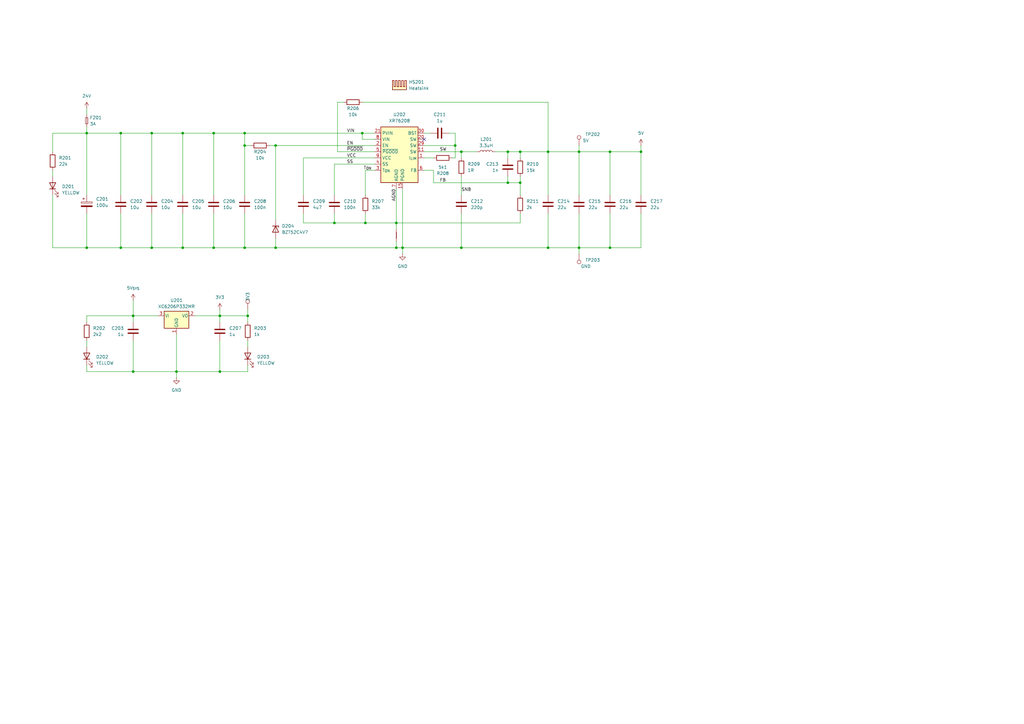
<source format=kicad_sch>
(kicad_sch (version 20250114) (generator "eeschema") (generator_version "9.0")
  (paper "A3")
  (title_block (title "EWS - Power, CANbus and USB HAT for 3D Printers") (date "2025-12-04") (rev "${PROJEKT_REV}") (company "Eduard Iten") (comment 1 "CC BY-NC-SA 4.0"))
  (lib_symbols
    (symbol "Connector:TestPoint" (pin_numbers (hide yes)) (pin_names (offset 0.762) (hide yes))
      (property "Reference" "TP" (at 0 6.858 0))
      (property "Value" "TestPoint" (at 0 5.08 0))
      (symbol "TestPoint_0_1"
        (circle (center 0 3.302) (radius 0.762))
      )
      (symbol "TestPoint_1_1"
        (pin passive line (at 0 0 90) (length 2.54) (name "1") (number "1"))
      )
    )
    (symbol "Device:C" (pin_numbers (hide yes)) (pin_names (offset 0.254))
      (property "Reference" "C" (at 0.635 2.54 0))
      (property "Value" "C" (at 0.635 -2.54 0))
      (symbol "C_0_1"
        (polyline (pts (xy -2.032 0.762) (xy 2.032 0.762)) (stroke (width 0.508)))
        (polyline (pts (xy -2.032 -0.762) (xy 2.032 -0.762)) (stroke (width 0.508)))
      )
      (symbol "C_1_1"
        (pin passive line (at 0 3.81 270) (length 2.794) (name "~") (number "1"))
        (pin passive line (at 0 -3.81 90) (length 2.794) (name "~") (number "2"))
      )
    )
    (symbol "Device:C_Polarized" (pin_numbers (hide yes)) (pin_names (offset 0.254))
      (property "Reference" "C" (at 0.635 2.54 0))
      (property "Value" "C_Polarized" (at 0.635 -2.54 0))
      (symbol "C_Polarized_0_1"
        (rectangle (start -2.286 0.508) (end 2.286 1.016))
        (polyline (pts (xy -1.778 2.286) (xy -0.762 2.286)))
        (polyline (pts (xy -1.27 2.794) (xy -1.27 1.778)))
        (rectangle (start 2.286 -0.508) (end -2.286 -1.016) (fill (type outline)))
      )
      (symbol "C_Polarized_1_1"
        (pin passive line (at 0 3.81 270) (length 2.794) (name "~") (number "1"))
        (pin passive line (at 0 -3.81 90) (length 2.794) (name "~") (number "2"))
      )
    )
    (symbol "Device:D_Zener" (pin_numbers (hide yes)) (pin_names (offset 1.016) (hide yes))
      (property "Reference" "D" (at 0 2.54 0))
      (property "Value" "D_Zener" (at 0 -2.54 0))
      (symbol "D_Zener_0_1"
        (polyline (pts (xy -1.27 -1.27) (xy -1.27 1.27) (xy -0.762 1.27)) (stroke (width 0.254)))
        (polyline (pts (xy 1.27 0) (xy -1.27 0)))
        (polyline (pts (xy 1.27 -1.27) (xy 1.27 1.27) (xy -1.27 0) (xy 1.27 -1.27)) (stroke (width 0.254)))
      )
      (symbol "D_Zener_1_1"
        (pin passive line (at -3.81 0 0) (length 2.54) (name "K") (number "1"))
        (pin passive line (at 3.81 0 180) (length 2.54) (name "A") (number "2"))
      )
    )
    (symbol "Device:Fuse_Small" (pin_numbers (hide yes)) (pin_names (offset 0.254) (hide yes))
      (property "Reference" "F" (at 0 -1.524 0))
      (property "Value" "Fuse_Small" (at 0 1.524 0))
      (symbol "Fuse_Small_0_1"
        (rectangle (start -1.27 0.508) (end 1.27 -0.508))
        (polyline (pts (xy -1.27 0) (xy 1.27 0)))
      )
      (symbol "Fuse_Small_1_1"
        (pin passive line (at -2.54 0 0) (length 1.27) (name "~") (number "1"))
        (pin passive line (at 2.54 0 180) (length 1.27) (name "~") (number "2"))
      )
    )
    (symbol "Device:L" (pin_numbers (hide yes)) (pin_names (offset 1.016) (hide yes))
      (property "Reference" "L" (at -1.27 0 90))
      (property "Value" "L" (at 1.905 0 90))
      (symbol "L_0_1"
        (arc (start 0 2.54) (mid 0.6323 1.905) (end 0 1.27))
        (arc (start 0 1.27) (mid 0.6323 0.635) (end 0 0))
        (arc (start 0 0) (mid 0.6323 -0.635) (end 0 -1.27))
        (arc (start 0 -1.27) (mid 0.6323 -1.905) (end 0 -2.54))
      )
      (symbol "L_1_1"
        (pin passive line (at 0 3.81 270) (length 1.27) (name "1") (number "1"))
        (pin passive line (at 0 -3.81 90) (length 1.27) (name "2") (number "2"))
      )
    )
    (symbol "Device:LED" (pin_numbers (hide yes)) (pin_names (offset 1.016) (hide yes))
      (property "Reference" "D" (at 0 2.54 0))
      (property "Value" "LED" (at 0 -2.54 0))
      (symbol "LED_0_1"
        (polyline (pts (xy -3.048 -0.762) (xy -4.572 -2.286) (xy -3.81 -2.286) (xy -4.572 -2.286) (xy -4.572 -1.524)))
        (polyline (pts (xy -1.778 -0.762) (xy -3.302 -2.286) (xy -2.54 -2.286) (xy -3.302 -2.286) (xy -3.302 -1.524)))
        (polyline (pts (xy -1.27 0) (xy 1.27 0)))
        (polyline (pts (xy -1.27 -1.27) (xy -1.27 1.27)) (stroke (width 0.254)))
        (polyline (pts (xy 1.27 -1.27) (xy 1.27 1.27) (xy -1.27 0) (xy 1.27 -1.27)) (stroke (width 0.254)))
      )
      (symbol "LED_1_1"
        (pin passive line (at -3.81 0 0) (length 2.54) (name "K") (number "1"))
        (pin passive line (at 3.81 0 180) (length 2.54) (name "A") (number "2"))
      )
    )
    (symbol "Device:NetTie_2" (pin_numbers (hide yes)) (pin_names (offset 0) (hide yes)) (in_bom no)
      (property "Reference" "NT" (at 0 1.27 0))
      (property "Value" "NetTie_2" (at 0 -1.27 0))
      (symbol "NetTie_2_0_1"
        (polyline (pts (xy -1.27 0) (xy 1.27 0)) (stroke (width 0.254)))
      )
      (symbol "NetTie_2_1_1"
        (pin passive line (at -2.54 0 0) (length 2.54) (name "1") (number "1"))
        (pin passive line (at 2.54 0 180) (length 2.54) (name "2") (number "2"))
      )
    )
    (symbol "Device:R" (pin_numbers (hide yes)) (pin_names (offset 0))
      (property "Reference" "R" (at 2.032 0 90))
      (property "Value" "R" (at 0 0 90))
      (symbol "R_0_1"
        (rectangle (start -1.016 -2.54) (end 1.016 2.54) (stroke (width 0.254)))
      )
      (symbol "R_1_1"
        (pin passive line (at 0 3.81 270) (length 1.27) (name "~") (number "1"))
        (pin passive line (at 0 -3.81 90) (length 1.27) (name "~") (number "2"))
      )
    )
    (symbol "Mechanical:Heatsink" (pin_names (offset 1.016))
      (property "Reference" "HS" (at 0 5.08 0))
      (property "Value" "Heatsink" (at 0 -1.27 0))
      (symbol "Heatsink_0_1"
        (polyline (pts (xy -0.3302 1.27) (xy -0.9652 1.27) (xy -0.9652 3.81) (xy -1.6002 3.81) (xy -1.6002 1.27) (xy -2.2352 1.27) (xy -2.2352 3.81) (xy -2.8702 3.81) (xy -2.8702 0) (xy -0.9652 0)) (stroke (width 0.254)) (fill (type background)))
        (polyline (pts (xy -0.3302 1.27) (xy -0.3302 3.81) (xy 0.3048 3.81) (xy 0.3048 1.27) (xy 0.9398 1.27) (xy 0.9398 3.81) (xy 1.5748 3.81) (xy 1.5748 1.27) (xy 2.2098 1.27) (xy 2.2098 3.81) (xy 2.8448 3.81) (xy 2.8448 0) (xy -0.9652 0)) (stroke (width 0.254)) (fill (type background)))
      )
    )
    (symbol "NamedTestPoint_1" (pin_numbers (hide yes)) (pin_names (offset 0.762) (hide yes))
      (property "Value" "${SHORT_NET_NAME(1)}" (at 0 6.35 0))
      (symbol "NamedTestPoint_1_0_1"
        (circle (center 0 3.302) (radius 0.762))
      )
      (symbol "NamedTestPoint_1_1_1"
        (pin passive line (at 0 0 90) (length 2.54) (name "1") (number "1"))
      )
    )
    (symbol "Regulator_Linear:XC6206PxxxMR" (pin_names (offset 0.254))
      (property "Reference" "U" (at -3.81 3.175 0))
      (property "Value" "XC6206PxxxMR" (at 0 3.175 0))
      (symbol "XC6206PxxxMR_0_1"
        (rectangle (start -5.08 1.905) (end 5.08 -5.08) (stroke (width 0.254)) (fill (type background)))
      )
      (symbol "XC6206PxxxMR_1_1"
        (pin power_in line (at -7.62 0 0) (length 2.54) (name "VI") (number "3"))
        (pin power_in line (at 0 -7.62 90) (length 2.54) (name "GND") (number "1"))
        (pin power_out line (at 7.62 0 180) (length 2.54) (name "VO") (number "2"))
      )
    )
    (symbol "power:+24V" (power) (pin_numbers (hide yes)) (pin_names (offset 0) (hide yes))
      (property "Value" "+24V" (at 0 3.556 0))
      (symbol "+24V_0_1"
        (polyline (pts (xy -0.762 1.27) (xy 0 2.54)))
        (polyline (pts (xy 0 2.54) (xy 0.762 1.27)))
        (polyline (pts (xy 0 0) (xy 0 2.54)))
      )
      (symbol "+24V_1_1"
        (pin power_in line (at 0 0 90) (length 0) (name "~") (number "1"))
      )
    )
    (symbol "power:+3.3V" (power) (pin_numbers (hide yes)) (pin_names (offset 0) (hide yes))
      (property "Value" "+3.3V" (at 0 3.556 0))
      (symbol "+3.3V_0_1"
        (polyline (pts (xy -0.762 1.27) (xy 0 2.54)))
        (polyline (pts (xy 0 2.54) (xy 0.762 1.27)))
        (polyline (pts (xy 0 0) (xy 0 2.54)))
      )
      (symbol "+3.3V_1_1"
        (pin power_in line (at 0 0 90) (length 0) (name "~") (number "1"))
      )
    )
    (symbol "power:+5V" (power) (pin_numbers (hide yes)) (pin_names (offset 0) (hide yes))
      (property "Value" "+5V" (at 0 3.556 0))
      (symbol "+5V_0_1"
        (polyline (pts (xy -0.762 1.27) (xy 0 2.54)))
        (polyline (pts (xy 0 2.54) (xy 0.762 1.27)))
        (polyline (pts (xy 0 0) (xy 0 2.54)))
      )
      (symbol "+5V_1_1"
        (pin power_in line (at 0 0 90) (length 0) (name "~") (number "1"))
      )
    )
    (symbol "power:GND" (power) (pin_numbers (hide yes)) (pin_names (offset 0) (hide yes))
      (property "Value" "GND" (at 0 -3.81 0))
      (symbol "GND_0_1"
        (polyline (pts (xy 0 0) (xy 0 -1.27) (xy 1.27 -1.27) (xy 0 -2.54) (xy -1.27 -1.27) (xy 0 -1.27)))
      )
      (symbol "GND_1_1"
        (pin power_in line (at 0 0 270) (length 0) (name "~") (number "1"))
      )
    )
    (symbol "project:XR76208"
      (property "Reference" "U" (at 0 15.24 0))
      (property "Value" "XR76208" (at 0 12.7 0))
      (symbol "XR76208_1_1"
        (rectangle (start -7.62 11.43) (end 7.62 -11.43) (stroke (width 0.254)) (fill (type background)))
        (pin power_in line (at -10.16 8.89 0) (length 2.54) (name "PVIN") (number "21"))
        (pin passive line (at -10.16 8.89 0) (length 2.54) (hide yes) (name "PVIN") (number "22"))
        (pin passive line (at -10.16 8.89 0) (length 2.54) (hide yes) (name "PVIN") (number "23"))
        (pin passive line (at -10.16 8.89 0) (length 2.54) (hide yes) (name "PVIN") (number "24"))
        (pin passive line (at -10.16 8.89 0) (length 2.54) (hide yes) (name "PVIN") (number "25"))
        (pin passive line (at -10.16 8.89 0) (length 2.54) (hide yes) (name "PVIN") (number "26"))
        (pin passive line (at -10.16 8.89 0) (length 2.54) (hide yes) (name "PVIN") (number "27"))
        (pin passive line (at -10.16 8.89 0) (length 2.54) (hide yes) (name "PVIN") (number "28"))
        (pin power_in line (at -10.16 6.35 0) (length 2.54) (name "VIN") (number "8"))
        (pin passive line (at -10.16 3.81 0) (length 2.54) (name "EN") (number "2"))
        (pin passive line (at -10.16 1.27 0) (length 2.54) (name "~{PGOOD}") (number "5"))
        (pin passive line (at -10.16 -1.27 0) (length 2.54) (name "VCC") (number "9"))
        (pin passive line (at -10.16 -3.81 0) (length 2.54) (name "SS") (number "4"))
        (pin passive line (at -10.16 -6.35 0) (length 2.54) (name "T_{ON}") (number "3"))
        (pin passive line (at -1.27 -13.97 90) (length 2.54) (hide yes) (name "AGND") (number "10"))
        (pin passive line (at -1.27 -13.97 90) (length 2.54) (name "AGND") (number "7"))
        (pin passive line (at 1.27 -13.97 90) (length 2.54) (name "PGND") (number "15"))
        (pin passive line (at 1.27 -13.97 90) (length 2.54) (hide yes) (name "PGND") (number "16"))
        (pin passive line (at 1.27 -13.97 90) (length 2.54) (hide yes) (name "PGND") (number "17"))
        (pin passive line (at 1.27 -13.97 90) (length 2.54) (hide yes) (name "PGND") (number "18"))
        (pin passive line (at 1.27 -13.97 90) (length 2.54) (hide yes) (name "PGND") (number "19"))
        (pin passive line (at 10.16 8.89 180) (length 2.54) (name "BST") (number "30"))
        (pin passive line (at 10.16 6.35 180) (length 2.54) (name "SW") (number "20"))
        (pin power_out line (at 10.16 3.81 180) (length 2.54) (name "SW") (number "29"))
        (pin passive line (at 10.16 1.27 180) (length 2.54) (name "SW") (number "11"))
        (pin passive line (at 10.16 1.27 180) (length 2.54) (hide yes) (name "SW") (number "12"))
        (pin passive line (at 10.16 1.27 180) (length 2.54) (hide yes) (name "SW") (number "13"))
        (pin passive line (at 10.16 1.27 180) (length 2.54) (hide yes) (name "SW") (number "14"))
        (pin passive line (at 10.16 -1.27 180) (length 2.54) (name "I_{LIM}") (number "1"))
        (pin passive line (at 10.16 -6.35 180) (length 2.54) (name "FB") (number "6"))
      )
    )
  )
  (junction (at 113.03 59.69))
  (junction (at 54.61 129.54))
  (junction (at 74.93 54.61))
  (junction (at 90.17 129.54))
  (junction (at 74.93 101.6))
  (junction (at 250.19 62.23))
  (junction (at 101.6 129.54))
  (junction (at 62.23 54.61))
  (junction (at 262.89 62.23))
  (junction (at 62.23 101.6))
  (junction (at 149.86 91.44))
  (junction (at 237.49 101.6))
  (junction (at 224.79 101.6))
  (junction (at 137.16 91.44))
  (junction (at 49.53 54.61))
  (junction (at 35.56 101.6))
  (junction (at 224.79 62.23))
  (junction (at 186.69 59.69))
  (junction (at 162.56 91.44))
  (junction (at 100.33 54.61))
  (junction (at 87.63 101.6))
  (junction (at 87.63 54.61))
  (junction (at 213.36 74.93))
  (junction (at 100.33 101.6))
  (junction (at 237.49 62.23))
  (junction (at 90.17 152.4))
  (junction (at 49.53 101.6))
  (junction (at 113.03 101.6))
  (junction (at 35.56 54.61))
  (junction (at 54.61 152.4))
  (junction (at 148.59 54.61))
  (junction (at 72.39 152.4))
  (junction (at 162.56 101.6))
  (junction (at 250.19 101.6))
  (junction (at 100.33 59.69))
  (junction (at 189.23 101.6))
  (junction (at 165.1 101.6))
  (junction (at 208.28 74.93))
  (junction (at 208.28 62.23))
  (junction (at 213.36 62.23))
  (junction (at 189.23 62.23))
  (no_connect (at 173.99 57.15))
  (wire (pts (xy 35.56 101.6) (xy 49.53 101.6)))
  (wire (pts (xy 137.16 67.31) (xy 153.67 67.31)))
  (wire (pts (xy 250.19 62.23) (xy 237.49 62.23)))
  (wire (pts (xy 80.01 129.54) (xy 90.17 129.54)))
  (wire (pts (xy 101.6 139.7) (xy 101.6 142.24)))
  (wire (pts (xy 189.23 101.6) (xy 224.79 101.6)))
  (wire (pts (xy 113.03 97.79) (xy 113.03 101.6)))
  (wire (pts (xy 208.28 62.23) (xy 213.36 62.23)))
  (wire (pts (xy 224.79 101.6) (xy 237.49 101.6)))
  (wire (pts (xy 35.56 149.86) (xy 35.56 152.4)))
  (wire (pts (xy 213.36 87.63) (xy 213.36 91.44)))
  (wire (pts (xy 101.6 152.4) (xy 90.17 152.4)))
  (wire (pts (xy 149.86 91.44) (xy 149.86 87.63)))
  (wire (pts (xy 35.56 87.63) (xy 35.56 101.6)))
  (wire (pts (xy 262.89 87.63) (xy 262.89 101.6)))
  (wire (pts (xy 72.39 152.4) (xy 90.17 152.4)))
  (wire (pts (xy 54.61 123.19) (xy 54.61 129.54)))
  (wire (pts (xy 74.93 54.61) (xy 74.93 80.01)))
  (wire (pts (xy 189.23 72.39) (xy 189.23 80.01)))
  (wire (pts (xy 148.59 41.91) (xy 224.79 41.91)))
  (wire (pts (xy 203.2 62.23) (xy 208.28 62.23)))
  (wire (pts (xy 110.49 59.69) (xy 113.03 59.69)))
  (wire (pts (xy 208.28 74.93) (xy 213.36 74.93)))
  (wire (pts (xy 35.56 54.61) (xy 49.53 54.61)))
  (wire (pts (xy 49.53 54.61) (xy 49.53 80.01)))
  (wire (pts (xy 54.61 139.7) (xy 54.61 152.4)))
  (wire (pts (xy 262.89 59.69) (xy 262.89 62.23)))
  (wire (pts (xy 173.99 62.23) (xy 189.23 62.23)))
  (wire (pts (xy 35.56 139.7) (xy 35.56 142.24)))
  (wire (pts (xy 62.23 80.01) (xy 62.23 54.61)))
  (wire (pts (xy 21.59 101.6) (xy 35.56 101.6)))
  (wire (pts (xy 21.59 54.61) (xy 35.56 54.61)))
  (wire (pts (xy 35.56 44.45) (xy 35.56 46.99)))
  (wire (pts (xy 137.16 87.63) (xy 137.16 91.44)))
  (wire (pts (xy 21.59 80.01) (xy 21.59 101.6)))
  (wire (pts (xy 72.39 152.4) (xy 72.39 154.94)))
  (wire (pts (xy 189.23 62.23) (xy 189.23 64.77)))
  (wire (pts (xy 100.33 101.6) (xy 113.03 101.6)))
  (wire (pts (xy 250.19 87.63) (xy 250.19 101.6)))
  (wire (pts (xy 49.53 101.6) (xy 62.23 101.6)))
  (wire (pts (xy 149.86 69.85) (xy 149.86 80.01)))
  (wire (pts (xy 137.16 91.44) (xy 149.86 91.44)))
  (wire (pts (xy 262.89 62.23) (xy 250.19 62.23)))
  (wire (pts (xy 49.53 87.63) (xy 49.53 101.6)))
  (wire (pts (xy 250.19 80.01) (xy 250.19 62.23)))
  (wire (pts (xy 21.59 62.23) (xy 21.59 54.61)))
  (wire (pts (xy 149.86 69.85) (xy 153.67 69.85)))
  (wire (pts (xy 90.17 127) (xy 90.17 129.54)))
  (wire (pts (xy 162.56 91.44) (xy 162.56 93.98)))
  (wire (pts (xy 162.56 101.6) (xy 165.1 101.6)))
  (wire (pts (xy 237.49 59.69) (xy 237.49 62.23)))
  (wire (pts (xy 237.49 62.23) (xy 224.79 62.23)))
  (wire (pts (xy 165.1 77.47) (xy 165.1 101.6)))
  (wire (pts (xy 186.69 54.61) (xy 186.69 59.69)))
  (wire (pts (xy 208.28 62.23) (xy 208.28 64.77)))
  (wire (pts (xy 35.56 52.07) (xy 35.56 54.61)))
  (wire (pts (xy 148.59 57.15) (xy 153.67 57.15)))
  (wire (pts (xy 100.33 54.61) (xy 100.33 59.69)))
  (wire (pts (xy 208.28 72.39) (xy 208.28 74.93)))
  (wire (pts (xy 262.89 101.6) (xy 250.19 101.6)))
  (wire (pts (xy 100.33 87.63) (xy 100.33 101.6)))
  (wire (pts (xy 54.61 152.4) (xy 72.39 152.4)))
  (wire (pts (xy 74.93 54.61) (xy 87.63 54.61)))
  (wire (pts (xy 162.56 91.44) (xy 149.86 91.44)))
  (wire (pts (xy 177.8 74.93) (xy 177.8 69.85)))
  (wire (pts (xy 101.6 132.08) (xy 101.6 129.54)))
  (wire (pts (xy 87.63 54.61) (xy 87.63 80.01)))
  (wire (pts (xy 74.93 87.63) (xy 74.93 101.6)))
  (wire (pts (xy 184.15 54.61) (xy 186.69 54.61)))
  (wire (pts (xy 162.56 99.06) (xy 162.56 101.6)))
  (wire (pts (xy 177.8 74.93) (xy 208.28 74.93)))
  (wire (pts (xy 213.36 62.23) (xy 224.79 62.23)))
  (wire (pts (xy 224.79 62.23) (xy 224.79 80.01)))
  (wire (pts (xy 124.46 64.77) (xy 153.67 64.77)))
  (wire (pts (xy 54.61 129.54) (xy 54.61 132.08)))
  (wire (pts (xy 35.56 80.01) (xy 35.56 54.61)))
  (wire (pts (xy 237.49 80.01) (xy 237.49 62.23)))
  (wire (pts (xy 35.56 152.4) (xy 54.61 152.4)))
  (wire (pts (xy 87.63 54.61) (xy 100.33 54.61)))
  (wire (pts (xy 101.6 129.54) (xy 101.6 127)))
  (wire (pts (xy 113.03 101.6) (xy 162.56 101.6)))
  (wire (pts (xy 213.36 62.23) (xy 213.36 64.77)))
  (wire (pts (xy 49.53 54.61) (xy 62.23 54.61)))
  (wire (pts (xy 124.46 80.01) (xy 124.46 64.77)))
  (wire (pts (xy 237.49 87.63) (xy 237.49 101.6)))
  (wire (pts (xy 100.33 80.01) (xy 100.33 59.69)))
  (wire (pts (xy 148.59 57.15) (xy 148.59 54.61)))
  (wire (pts (xy 124.46 91.44) (xy 137.16 91.44)))
  (wire (pts (xy 237.49 101.6) (xy 250.19 101.6)))
  (wire (pts (xy 213.36 91.44) (xy 162.56 91.44)))
  (wire (pts (xy 87.63 87.63) (xy 87.63 101.6)))
  (wire (pts (xy 138.43 62.23) (xy 138.43 41.91)))
  (wire (pts (xy 90.17 152.4) (xy 90.17 139.7)))
  (wire (pts (xy 100.33 54.61) (xy 148.59 54.61)))
  (wire (pts (xy 62.23 87.63) (xy 62.23 101.6)))
  (wire (pts (xy 138.43 41.91) (xy 140.97 41.91)))
  (wire (pts (xy 262.89 80.01) (xy 262.89 62.23)))
  (wire (pts (xy 102.87 59.69) (xy 100.33 59.69)))
  (wire (pts (xy 224.79 41.91) (xy 224.79 62.23)))
  (wire (pts (xy 21.59 69.85) (xy 21.59 72.39)))
  (wire (pts (xy 177.8 69.85) (xy 173.99 69.85)))
  (wire (pts (xy 162.56 77.47) (xy 162.56 91.44)))
  (wire (pts (xy 62.23 54.61) (xy 74.93 54.61)))
  (wire (pts (xy 90.17 129.54) (xy 101.6 129.54)))
  (wire (pts (xy 237.49 104.14) (xy 237.49 101.6)))
  (wire (pts (xy 189.23 62.23) (xy 195.58 62.23)))
  (wire (pts (xy 62.23 101.6) (xy 74.93 101.6)))
  (wire (pts (xy 173.99 59.69) (xy 186.69 59.69)))
  (wire (pts (xy 87.63 101.6) (xy 100.33 101.6)))
  (wire (pts (xy 35.56 129.54) (xy 54.61 129.54)))
  (wire (pts (xy 54.61 129.54) (xy 64.77 129.54)))
  (wire (pts (xy 213.36 74.93) (xy 213.36 80.01)))
  (wire (pts (xy 185.42 64.77) (xy 186.69 64.77)))
  (wire (pts (xy 74.93 101.6) (xy 87.63 101.6)))
  (wire (pts (xy 138.43 62.23) (xy 153.67 62.23)))
  (wire (pts (xy 35.56 132.08) (xy 35.56 129.54)))
  (wire (pts (xy 165.1 101.6) (xy 165.1 104.14)))
  (wire (pts (xy 137.16 80.01) (xy 137.16 67.31)))
  (wire (pts (xy 124.46 87.63) (xy 124.46 91.44)))
  (wire (pts (xy 113.03 59.69) (xy 113.03 90.17)))
  (wire (pts (xy 224.79 87.63) (xy 224.79 101.6)))
  (wire (pts (xy 148.59 54.61) (xy 153.67 54.61)))
  (wire (pts (xy 165.1 101.6) (xy 189.23 101.6)))
  (wire (pts (xy 173.99 64.77) (xy 177.8 64.77)))
  (wire (pts (xy 213.36 72.39) (xy 213.36 74.93)))
  (wire (pts (xy 90.17 132.08) (xy 90.17 129.54)))
  (wire (pts (xy 173.99 54.61) (xy 176.53 54.61)))
  (wire (pts (xy 186.69 64.77) (xy 186.69 59.69)))
  (wire (pts (xy 101.6 149.86) (xy 101.6 152.4)))
  (wire (pts (xy 113.03 59.69) (xy 153.67 59.69)))
  (wire (pts (xy 72.39 137.16) (xy 72.39 152.4)))
  (wire (pts (xy 189.23 87.63) (xy 189.23 101.6)))
  (label "FB" (at 180.34 74.93 0))
  (label "~{PGOOD}" (at 142.24 62.23 0))
  (label "SW" (at 180.34 62.23 0))
  (label "VCC" (at 142.24 64.77 0))
  (label "VIN" (at 142.24 54.61 0))
  (label "EN" (at 142.24 59.69 0))
  (label "AGND" (at 162.56 82.55 90))
  (label "SS" (at 142.24 67.31 0))
  (label "T_{ON}" (at 152.4 69.85 180))
  (label "SNB" (at 189.23 78.74 0))
  (symbol (lib_id "Device:C") (at 74.93 83.82 0) (unit 1)
    (property "Reference" "C205" (at 78.74 82.5499 0) (effects (justify left)))
    (property "Value" "10u" (at 78.74 85.0899 0) (effects (justify left)))
    (property "Footprint" "Capacitor_SMD:C_1206_3216Metric" (effects (hide yes)))
    (property "Description" "Unpolarized capacitor" (effects (hide yes)))
    (property "Manufacturer Part #" "CL31A106KBHNNNE" (effects (hide yes)))
    (property "LCSC Part #" "C13585" (effects (hide yes)))
  )
  (symbol (lib_id "Device:R") (at 213.36 68.58 0) (unit 1)
    (property "Reference" "R210" (at 215.9 67.3099 0) (effects (justify left)))
    (property "Value" "15k" (at 215.9 69.8499 0) (effects (justify left)))
    (property "Footprint" "Resistor_SMD:R_0402_1005Metric" (effects (hide yes)))
    (property "Description" "Resistor" (effects (hide yes)))
    (property "Manufacturer Part #" "0402WGF1502TCE" (effects (hide yes)))
    (property "LCSC Part #" "C25756" (effects (hide yes)))
  )
  (symbol (lib_id "Device:LED") (at 35.56 146.05 90) (unit 1)
    (property "Reference" "D202" (at 39.37 146.3674 90) (effects (justify right)))
    (property "Value" "YELLOW" (at 39.37 148.9074 90) (effects (justify right)))
    (property "Footprint" "LED_SMD:LED_0805_2012Metric" (effects (hide yes)))
    (property "Description" "Light emitting diode" (effects (hide yes)))
    (property "Sim.Pins" "1=K 2=A" (effects (hide yes)))
    (property "Manufacturer Part #" "KT-0805Y" (effects (hide yes)))
    (property "LCSC Part #" "C2296" (effects (hide yes)))
  )
  (symbol (lib_id "Device:R") (at 101.6 135.89 0) (unit 1)
    (property "Reference" "R203" (at 104.14 134.6199 0) (effects (justify left)))
    (property "Value" "1k" (at 104.14 137.1599 0) (effects (justify left)))
    (property "Footprint" "Resistor_SMD:R_0402_1005Metric" (effects (hide yes)))
    (property "Description" "Resistor" (effects (hide yes)))
    (property "Manufacturer Part #" "0402WGF1001TCE" (effects (hide yes)))
    (property "LCSC Part #" "C11702" (effects (hide yes)))
  )
  (symbol (lib_id "Device:NetTie_2") (at 162.56 96.52 90) (unit 1) (in_bom no)
    (property "Reference" "NT201" (effects (hide yes)))
    (property "Value" "NetTie_2" (effects (hide yes)))
    (property "Footprint" "NetTie:NetTie-2_SMD_Pad0.5mm" (effects (hide yes)))
    (property "Description" "Net tie, 2 pins" (effects (hide yes)))
  )
  (symbol (lib_id "Device:C") (at 62.23 83.82 0) (unit 1)
    (property "Reference" "C204" (at 66.04 82.5499 0) (effects (justify left)))
    (property "Value" "10u" (at 66.04 85.0899 0) (effects (justify left)))
    (property "Footprint" "Capacitor_SMD:C_1206_3216Metric" (effects (hide yes)))
    (property "Description" "Unpolarized capacitor" (effects (hide yes)))
    (property "Manufacturer Part #" "CL31A106KBHNNNE" (effects (hide yes)))
    (property "LCSC Part #" "C13585" (effects (hide yes)))
  )
  (symbol (lib_id "Connector:TestPoint") (at 237.49 104.14 0) (mirror x) (unit 1) (in_bom no)
    (property "Reference" "TP203" (at 240.03 106.68 0) (effects (justify left)))
    (property "Value" "${SHORT_NET_NAME(1)}" (at 240.03 109.22 0) (effects (justify left)))
    (property "Footprint" "TestPoint:TestPoint_Pad_D3.0mm" (effects (hide yes)))
    (property "Description" "test point" (effects (hide yes)))
  )
  (symbol (lib_id "Device:LED") (at 21.59 76.2 90) (unit 1)
    (property "Reference" "D201" (at 25.4 76.5174 90) (effects (justify right)))
    (property "Value" "YELLOW" (at 25.4 79.0574 90) (effects (justify right)))
    (property "Footprint" "LED_SMD:LED_0805_2012Metric" (effects (hide yes)))
    (property "Description" "Light emitting diode" (effects (hide yes)))
    (property "Sim.Pins" "1=K 2=A" (effects (hide yes)))
    (property "Manufacturer Part #" "KT-0805Y" (effects (hide yes)))
    (property "LCSC Part #" "C2296" (effects (hide yes)))
  )
  (symbol (lib_id "power:+24V") (at 35.56 44.45 0) (unit 1)
    (property "Reference" "#PWR0201" (effects (hide yes)))
    (property "Value" "24V" (at 35.56 39.37 0))
    (property "Description" "Power symbol creates a global label with name \"+24V\"" (effects (hide yes)))
  )
  (symbol (lib_id "Device:C") (at 224.79 83.82 0) (unit 1)
    (property "Reference" "C214" (at 228.6 82.5499 0) (effects (justify left)))
    (property "Value" "22u" (at 228.6 85.0899 0) (effects (justify left)))
    (property "Footprint" "Capacitor_SMD:C_1206_3216Metric" (effects (hide yes)))
    (property "Description" "Unpolarized capacitor" (effects (hide yes)))
    (property "LCSC Part #" "C12891" (effects (hide yes)))
    (property "Manufacturer Part #" "CL31A226KAHNNNE" (effects (hide yes)))
  )
  (symbol (lib_id "Device:C") (at 87.63 83.82 0) (unit 1)
    (property "Reference" "C206" (at 91.44 82.5499 0) (effects (justify left)))
    (property "Value" "10u" (at 91.44 85.0899 0) (effects (justify left)))
    (property "Footprint" "Capacitor_SMD:C_1206_3216Metric" (effects (hide yes)))
    (property "Description" "Unpolarized capacitor" (effects (hide yes)))
    (property "Manufacturer Part #" "CL31A106KBHNNNE" (effects (hide yes)))
    (property "LCSC Part #" "C13585" (effects (hide yes)))
  )
  (symbol (lib_id "Device:R") (at 181.61 64.77 270) (unit 1)
    (property "Reference" "R208" (at 181.61 71.12 90))
    (property "Value" "5k1" (at 181.61 68.58 90))
    (property "Footprint" "Resistor_SMD:R_0402_1005Metric" (effects (hide yes)))
    (property "Description" "Resistor" (effects (hide yes)))
    (property "Manufacturer Part #" "0402WGF5101TCE" (effects (hide yes)))
    (property "LCSC Part #" "C25905" (effects (hide yes)))
  )
  (symbol (lib_id "Device:C_Polarized") (at 35.56 83.82 0) (unit 1)
    (property "Reference" "C201" (at 39.37 81.6609 0) (effects (justify left)))
    (property "Value" "100u" (at 39.37 84.2009 0) (effects (justify left)))
    (property "Footprint" "Capacitor_SMD:CP_Elec_6.3x7.7" (effects (hide yes)))
    (property "Description" "Polarized capacitor" (effects (hide yes)))
    (property "Manufacturer Part #" "RVT1H101M0607" (effects (hide yes)))
    (property "LCSC Part #" "C3151829" (effects (hide yes)))
  )
  (symbol (lib_id "power:GND") (at 72.39 154.94 0) (unit 1)
    (property "Reference" "#PWR0203" (effects (hide yes)))
    (property "Value" "GND" (at 72.39 160.02 0))
    (property "Description" "Power symbol creates a global label with name \"GND\" , ground" (effects (hide yes)))
  )
  (symbol (lib_id "Device:R") (at 213.36 83.82 0) (unit 1)
    (property "Reference" "R211" (at 215.9 82.5499 0) (effects (justify left)))
    (property "Value" "2k" (at 215.9 85.0899 0) (effects (justify left)))
    (property "Footprint" "Resistor_SMD:R_0402_1005Metric" (effects (hide yes)))
    (property "Description" "Resistor" (effects (hide yes)))
    (property "Manufacturer Part #" "0402WGF2001TCE" (effects (hide yes)))
    (property "LCSC Part #" "C4109" (effects (hide yes)))
  )
  (symbol (lib_id "Device:C") (at 54.61 135.89 0) (mirror x) (unit 1)
    (property "Reference" "C203" (at 50.8 134.6199 0) (effects (justify right)))
    (property "Value" "1u" (at 50.8 137.1599 0) (effects (justify right)))
    (property "Footprint" "Capacitor_SMD:C_0402_1005Metric" (effects (hide yes)))
    (property "Description" "Unpolarized capacitor" (effects (hide yes)))
    (property "Manufacturer Part #" "CL05A105KA5NQNC" (effects (hide yes)))
    (property "LCSC Part #" "C52923" (effects (hide yes)))
  )
  (symbol (lib_id "Device:R") (at 144.78 41.91 270) (unit 1)
    (property "Reference" "R206" (at 144.78 44.45 90))
    (property "Value" "10k" (at 144.78 46.99 90))
    (property "Footprint" "Resistor_SMD:R_0402_1005Metric" (effects (hide yes)))
    (property "Description" "Resistor" (effects (hide yes)))
    (property "LCSC Part #" "C25744" (effects (hide yes)))
    (property "Manufacturer Part #" "0402WGF1002TCE" (effects (hide yes)))
  )
  (symbol (lib_id "Device:C") (at 100.33 83.82 0) (unit 1)
    (property "Reference" "C208" (at 104.14 82.5499 0) (effects (justify left)))
    (property "Value" "100n" (at 104.14 85.0899 0) (effects (justify left)))
    (property "Footprint" "Capacitor_SMD:C_0402_1005Metric" (effects (hide yes)))
    (property "Description" "Unpolarized capacitor" (effects (hide yes)))
    (property "Manufacturer Part #" "CL05B104KB54PNC" (effects (hide yes)))
    (property "LCSC Part #" "C307331" (effects (hide yes)))
  )
  (symbol (lib_id "power:+3.3V") (at 90.17 127 0) (unit 1)
    (property "Reference" "#PWR0204" (effects (hide yes)))
    (property "Value" "3V3" (at 90.17 121.92 0))
    (property "Description" "Power symbol creates a global label with name \"+3.3V\"" (effects (hide yes)))
  )
  (symbol (lib_id "Device:R") (at 149.86 83.82 0) (unit 1)
    (property "Reference" "R207" (at 152.4 82.5499 0) (effects (justify left)))
    (property "Value" "33k" (at 152.4 85.0899 0) (effects (justify left)))
    (property "Footprint" "Resistor_SMD:R_0402_1005Metric" (effects (hide yes)))
    (property "Description" "Resistor" (effects (hide yes)))
    (property "LCSC Part #" "C25779" (effects (hide yes)))
    (property "Manufacturer Part #" "0402WGF3302TCE" (effects (hide yes)))
  )
  (symbol (lib_name "NamedTestPoint_1") (lib_id "project:NamedTestPoint") (at 101.6 127 0) (unit 1) (in_bom no)
    (property "Reference" "TP201" (effects (hide yes)))
    (property "Value" "${SHORT_NET_NAME(1)}" (at 101.6 121.92 90) (effects (justify left)))
    (property "Footprint" "project:NAMED_TEST_POINT" (effects (hide yes)))
    (property "Description" "test point" (effects (hide yes)))
  )
  (symbol (lib_id "Device:C") (at 49.53 83.82 0) (unit 1)
    (property "Reference" "C202" (at 53.34 82.5499 0) (effects (justify left)))
    (property "Value" "10u" (at 53.34 85.0899 0) (effects (justify left)))
    (property "Footprint" "Capacitor_SMD:C_1206_3216Metric" (effects (hide yes)))
    (property "Description" "Unpolarized capacitor" (effects (hide yes)))
    (property "Manufacturer Part #" "CL31A106KBHNNNE" (effects (hide yes)))
    (property "LCSC Part #" "C13585" (effects (hide yes)))
  )
  (symbol (lib_id "Device:R") (at 35.56 135.89 0) (unit 1)
    (property "Reference" "R202" (at 38.1 134.6199 0) (effects (justify left)))
    (property "Value" "2k2" (at 38.1 137.1599 0) (effects (justify left)))
    (property "Footprint" "Resistor_SMD:R_0402_1005Metric" (effects (hide yes)))
    (property "Description" "Resistor" (effects (hide yes)))
    (property "Manufacturer Part #" "0402WGF2201TCE" (effects (hide yes)))
    (property "LCSC Part #" "C25879" (effects (hide yes)))
  )
  (symbol (lib_id "Device:R") (at 189.23 68.58 0) (unit 1)
    (property "Reference" "R209" (at 191.77 67.3099 0) (effects (justify left)))
    (property "Value" "1R" (at 191.77 69.8499 0) (effects (justify left)))
    (property "Footprint" "Resistor_SMD:R_0603_1608Metric" (effects (hide yes)))
    (property "Description" "Resistor" (effects (hide yes)))
    (property "Manufacturer Part #" "0603WAF100KT5E" (effects (hide yes)))
    (property "LCSC Part #" "C22936" (effects (hide yes)))
  )
  (symbol (lib_id "Device:C") (at 250.19 83.82 0) (unit 1)
    (property "Reference" "C216" (at 254 82.5499 0) (effects (justify left)))
    (property "Value" "22u" (at 254 85.0899 0) (effects (justify left)))
    (property "Footprint" "Capacitor_SMD:C_1206_3216Metric" (effects (hide yes)))
    (property "Description" "Unpolarized capacitor" (effects (hide yes)))
    (property "LCSC Part #" "C12891" (effects (hide yes)))
    (property "Manufacturer Part #" "CL31A226KAHNNNE" (effects (hide yes)))
  )
  (symbol (lib_id "Connector:TestPoint") (at 237.49 59.69 0) (unit 1) (in_bom no)
    (property "Reference" "TP202" (at 240.03 55.1179 0) (effects (justify left)))
    (property "Value" "${SHORT_NET_NAME(1)}" (at 240.03 57.6579 0) (effects (justify left)))
    (property "Footprint" "TestPoint:TestPoint_Pad_D3.0mm" (effects (hide yes)))
    (property "Description" "test point" (effects (hide yes)))
  )
  (symbol (lib_id "Mechanical:Heatsink") (at 163.83 36.83 0) (unit 1)
    (property "Reference" "HS201" (at 167.64 33.6549 0) (effects (justify left)))
    (property "Value" "Heatsink" (at 167.64 36.1949 0) (effects (justify left)))
    (property "Footprint" "project:HeatSink_9x9x5" (effects (hide yes)))
    (property "Description" "Heatsink" (effects (hide yes)))
  )
  (symbol (lib_id "power:GND") (at 165.1 104.14 0) (unit 1)
    (property "Reference" "#PWR0205" (effects (hide yes)))
    (property "Value" "GND" (at 165.1 109.22 0))
    (property "Description" "Power symbol creates a global label with name \"GND\" , ground" (effects (hide yes)))
  )
  (symbol (lib_id "Device:L") (at 199.39 62.23 90) (unit 1)
    (property "Reference" "L201" (at 199.39 57.15 90))
    (property "Value" "3.3uH" (at 199.39 59.69 90))
    (property "Footprint" "Inductor_SMD:L_APV_APH1050" (effects (hide yes)))
    (property "Description" "Inductor" (effects (hide yes)))
    (property "Manufacturer Part #" "MDA1050-3R3M" (effects (hide yes)))
    (property "LCSC Part #" "C2847560" (effects (hide yes)))
  )
  (symbol (lib_id "project:XR76208") (at 163.83 63.5 0) (unit 1)
    (property "Reference" "U202" (at 163.83 46.99 0))
    (property "Value" "XR76208" (at 163.83 49.53 0))
    (property "Footprint" "project:IC_XR76208ELTR-F" (effects (hide yes)))
    (property "LCSC Part #" "C555356" (effects (hide yes)))
    (property "Manufacturer Part #" "XR76208ELTR-F" (effects (hide yes)))
    (property "FT Rotation Offset" "270" (effects (hide yes)))
  )
  (symbol (lib_id "Device:D_Zener") (at 113.03 93.98 270) (unit 1)
    (property "Reference" "D204" (at 115.57 92.7099 90) (effects (justify left)))
    (property "Value" "BZT52C4V7" (at 115.57 95.2499 90) (effects (justify left)))
    (property "Footprint" "Diode_SMD:D_SOD-123" (effects (hide yes)))
    (property "Description" "Zener diode" (effects (hide yes)))
    (property "Manufacturer Part #" "BZT52C4V7" (effects (hide yes)))
    (property "LCSC Part #" "C19077400" (effects (hide yes)))
  )
  (symbol (lib_id "Device:R") (at 21.59 66.04 0) (unit 1)
    (property "Reference" "R201" (at 24.13 64.7699 0) (effects (justify left)))
    (property "Value" "22k" (at 24.13 67.3099 0) (effects (justify left)))
    (property "Footprint" "Resistor_SMD:R_0402_1005Metric" (effects (hide yes)))
    (property "Description" "Resistor" (effects (hide yes)))
    (property "Manufacturer Part #" "0402WGF2202TCE" (effects (hide yes)))
    (property "LCSC Part #" "C25768" (effects (hide yes)))
  )
  (symbol (lib_id "Device:C") (at 208.28 68.58 0) (mirror y) (unit 1)
    (property "Reference" "C213" (at 204.47 67.3099 0) (effects (justify left)))
    (property "Value" "1n" (at 204.47 69.8499 0) (effects (justify left)))
    (property "Footprint" "Capacitor_SMD:C_0402_1005Metric" (effects (hide yes)))
    (property "Description" "Unpolarized capacitor" (effects (hide yes)))
    (property "LCSC Part #" "C1523" (effects (hide yes)))
    (property "Manufacturer Part #" "0402B102K500NT" (effects (hide yes)))
  )
  (symbol (lib_id "Device:Fuse_Small") (at 35.56 49.53 90) (unit 1)
    (property "Reference" "F201" (at 36.83 48.2599 90) (effects (justify right)))
    (property "Value" "3A" (at 36.83 50.7999 90) (effects (justify right)))
    (property "Footprint" "Fuse:Fuse_1206_3216Metric_Pad1.42x1.75mm_HandSolder" (effects (hide yes)))
    (property "Description" "Fuse, small symbol" (effects (hide yes)))
    (property "Manufacturer Part #" "CFS12V3T3R00" (effects (hide yes)))
    (property "LCSC Part #" "C163126" (effects (hide yes)))
  )
  (symbol (lib_id "Device:C") (at 137.16 83.82 0) (unit 1)
    (property "Reference" "C210" (at 140.97 82.5499 0) (effects (justify left)))
    (property "Value" "100n" (at 140.97 85.0899 0) (effects (justify left)))
    (property "Footprint" "Capacitor_SMD:C_0402_1005Metric" (effects (hide yes)))
    (property "Description" "Unpolarized capacitor" (effects (hide yes)))
    (property "LCSC Part #" "C307331" (effects (hide yes)))
    (property "Manufacturer Part #" "CL05B104KB54PNC" (effects (hide yes)))
  )
  (symbol (lib_id "Device:C") (at 262.89 83.82 0) (unit 1)
    (property "Reference" "C217" (at 266.7 82.5499 0) (effects (justify left)))
    (property "Value" "22u" (at 266.7 85.0899 0) (effects (justify left)))
    (property "Footprint" "Capacitor_SMD:C_1206_3216Metric" (effects (hide yes)))
    (property "Description" "Unpolarized capacitor" (effects (hide yes)))
    (property "LCSC Part #" "C12891" (effects (hide yes)))
    (property "Manufacturer Part #" "CL31A226KAHNNNE" (effects (hide yes)))
  )
  (symbol (lib_id "Device:C") (at 90.17 135.89 180) (unit 1)
    (property "Reference" "C207" (at 93.98 134.6199 0) (effects (justify right)))
    (property "Value" "1u" (at 93.98 137.1599 0) (effects (justify right)))
    (property "Footprint" "Capacitor_SMD:C_0402_1005Metric" (effects (hide yes)))
    (property "Description" "Unpolarized capacitor" (effects (hide yes)))
    (property "Manufacturer Part #" "CL05A105KA5NQNC" (effects (hide yes)))
    (property "LCSC Part #" "C52923" (effects (hide yes)))
  )
  (symbol (lib_id "Device:LED") (at 101.6 146.05 90) (unit 1)
    (property "Reference" "D203" (at 105.41 146.3674 90) (effects (justify right)))
    (property "Value" "YELLOW" (at 105.41 148.9074 90) (effects (justify right)))
    (property "Footprint" "LED_SMD:LED_0805_2012Metric" (effects (hide yes)))
    (property "Description" "Light emitting diode" (effects (hide yes)))
    (property "Sim.Pins" "1=K 2=A" (effects (hide yes)))
    (property "Manufacturer Part #" "KT-0805Y" (effects (hide yes)))
    (property "LCSC Part #" "C2296" (effects (hide yes)))
  )
  (symbol (lib_id "Device:R") (at 106.68 59.69 270) (unit 1)
    (property "Reference" "R204" (at 106.68 62.23 90))
    (property "Value" "10k" (at 106.68 64.77 90))
    (property "Footprint" "Resistor_SMD:R_0402_1005Metric" (effects (hide yes)))
    (property "Description" "Resistor" (effects (hide yes)))
    (property "LCSC Part #" "C25744" (effects (hide yes)))
    (property "Manufacturer Part #" "0402WGF1002TCE" (effects (hide yes)))
  )
  (symbol (lib_id "Device:C") (at 180.34 54.61 90) (unit 1)
    (property "Reference" "C211" (at 180.34 46.99 90))
    (property "Value" "1u" (at 180.34 49.53 90))
    (property "Footprint" "Capacitor_SMD:C_0402_1005Metric" (effects (hide yes)))
    (property "Description" "Unpolarized capacitor" (effects (hide yes)))
    (property "Manufacturer Part #" "CL05A105KA5NQNC" (effects (hide yes)))
    (property "LCSC Part #" "C52923" (effects (hide yes)))
  )
  (symbol (lib_id "power:+3.3V") (at 262.89 59.69 0) (unit 1)
    (property "Reference" "#PWR0206" (effects (hide yes)))
    (property "Value" "5V" (at 262.89 54.61 0))
    (property "Description" "Power symbol creates a global label with name \"+3.3V\"" (effects (hide yes)))
  )
  (symbol (lib_id "Device:C") (at 237.49 83.82 0) (unit 1)
    (property "Reference" "C215" (at 241.3 82.5499 0) (effects (justify left)))
    (property "Value" "22u" (at 241.3 85.0899 0) (effects (justify left)))
    (property "Footprint" "Capacitor_SMD:C_1206_3216Metric" (effects (hide yes)))
    (property "Description" "Unpolarized capacitor" (effects (hide yes)))
    (property "LCSC Part #" "C12891" (effects (hide yes)))
    (property "Manufacturer Part #" "CL31A226KAHNNNE" (effects (hide yes)))
  )
  (symbol (lib_id "Regulator_Linear:XC6206PxxxMR") (at 72.39 129.54 0) (unit 1)
    (property "Reference" "U201" (at 72.39 123.19 0))
    (property "Value" "XC6206P332MR" (at 72.39 125.73 0))
    (property "Footprint" "Package_TO_SOT_SMD:SOT-23-3" (effects (hide yes)))
    (property "Datasheet" "https://www.torexsemi.com/file/xc6206/XC6206.pdf" (effects (hide yes)))
    (property "Description" "Positive 60-250mA Low Dropout Regulator, Fixed Output, SOT-23" (effects (hide yes)))
    (property "LCSC Part #" "C5446" (effects (hide yes)))
    (property "Manufacturer Part #" "XC6206P332MR-G" (effects (hide yes)))
  )
  (symbol (lib_id "power:+5V") (at 54.61 123.19 0) (unit 1)
    (property "Reference" "#PWR0202" (effects (hide yes)))
    (property "Value" "5V_{SYS}" (at 54.61 118.11 0))
    (property "Description" "Power symbol creates a global label with name \"+5V\"" (effects (hide yes)))
  )
  (symbol (lib_id "Device:C") (at 124.46 83.82 0) (unit 1)
    (property "Reference" "C209" (at 128.27 82.5499 0) (effects (justify left)))
    (property "Value" "4u7" (at 128.27 85.0899 0) (effects (justify left)))
    (property "Footprint" "Capacitor_SMD:C_0402_1005Metric" (effects (hide yes)))
    (property "Description" "Unpolarized capacitor" (effects (hide yes)))
    (property "Manufacturer Part #" "CL05A475MP5NRNC" (effects (hide yes)))
    (property "LCSC Part #" "C23733" (effects (hide yes)))
  )
  (symbol (lib_id "Device:C") (at 189.23 83.82 0) (unit 1)
    (property "Reference" "C212" (at 193.04 82.5499 0) (effects (justify left)))
    (property "Value" "220p" (at 193.04 85.0899 0) (effects (justify left)))
    (property "Footprint" "Capacitor_SMD:C_0603_1608Metric" (effects (hide yes)))
    (property "Description" "Unpolarized capacitor" (effects (hide yes)))
    (property "Manufacturer Part #" "CL10B221KB8NNNC" (effects (hide yes)))
    (property "LCSC Part #" "C1603" (effects (hide yes)))
  )
)
</source>
